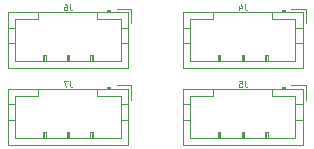
<source format=gbr>
%TF.GenerationSoftware,KiCad,Pcbnew,(6.0.7)*%
%TF.CreationDate,2022-11-21T13:24:11-08:00*%
%TF.ProjectId,WaterTopper,57617465-7254-46f7-9070-65722e6b6963,rev?*%
%TF.SameCoordinates,Original*%
%TF.FileFunction,Legend,Bot*%
%TF.FilePolarity,Positive*%
%FSLAX46Y46*%
G04 Gerber Fmt 4.6, Leading zero omitted, Abs format (unit mm)*
G04 Created by KiCad (PCBNEW (6.0.7)) date 2022-11-21 13:24:11*
%MOMM*%
%LPD*%
G01*
G04 APERTURE LIST*
%ADD10C,0.125000*%
%ADD11C,0.120000*%
G04 APERTURE END LIST*
D10*
%TO.C,J7*%
X142266666Y-68726190D02*
X142266666Y-69083333D01*
X142290476Y-69154761D01*
X142338095Y-69202380D01*
X142409523Y-69226190D01*
X142457142Y-69226190D01*
X142076190Y-68726190D02*
X141742857Y-68726190D01*
X141957142Y-69226190D01*
%TO.C,J4*%
X157066666Y-62226190D02*
X157066666Y-62583333D01*
X157090476Y-62654761D01*
X157138095Y-62702380D01*
X157209523Y-62726190D01*
X157257142Y-62726190D01*
X156614285Y-62392857D02*
X156614285Y-62726190D01*
X156733333Y-62202380D02*
X156852380Y-62559523D01*
X156542857Y-62559523D01*
%TO.C,J5*%
X157066666Y-68726190D02*
X157066666Y-69083333D01*
X157090476Y-69154761D01*
X157138095Y-69202380D01*
X157209523Y-69226190D01*
X157257142Y-69226190D01*
X156590476Y-68726190D02*
X156828571Y-68726190D01*
X156852380Y-68964285D01*
X156828571Y-68940476D01*
X156780952Y-68916666D01*
X156661904Y-68916666D01*
X156614285Y-68940476D01*
X156590476Y-68964285D01*
X156566666Y-69011904D01*
X156566666Y-69130952D01*
X156590476Y-69178571D01*
X156614285Y-69202380D01*
X156661904Y-69226190D01*
X156780952Y-69226190D01*
X156828571Y-69202380D01*
X156852380Y-69178571D01*
%TO.C,J6*%
X142266666Y-62226190D02*
X142266666Y-62583333D01*
X142290476Y-62654761D01*
X142338095Y-62702380D01*
X142409523Y-62726190D01*
X142457142Y-62726190D01*
X141814285Y-62226190D02*
X141909523Y-62226190D01*
X141957142Y-62250000D01*
X141980952Y-62273809D01*
X142028571Y-62345238D01*
X142052380Y-62440476D01*
X142052380Y-62630952D01*
X142028571Y-62678571D01*
X142004761Y-62702380D01*
X141957142Y-62726190D01*
X141861904Y-62726190D01*
X141814285Y-62702380D01*
X141790476Y-62678571D01*
X141766666Y-62630952D01*
X141766666Y-62511904D01*
X141790476Y-62464285D01*
X141814285Y-62440476D01*
X141861904Y-62416666D01*
X141957142Y-62416666D01*
X142004761Y-62440476D01*
X142028571Y-62464285D01*
X142052380Y-62511904D01*
D11*
%TO.C,J7*%
X145400000Y-69390000D02*
X145400000Y-69190000D01*
X144600000Y-69390000D02*
X144600000Y-70000000D01*
X146550000Y-73500000D02*
X137650000Y-73500000D01*
X146210000Y-69090000D02*
X147460000Y-69090000D01*
X147160000Y-72000000D02*
X146550000Y-72000000D01*
X137040000Y-72000000D02*
X137650000Y-72000000D01*
X142000000Y-73000000D02*
X142000000Y-73500000D01*
X140100000Y-73500000D02*
X140100000Y-73000000D01*
X145400000Y-69290000D02*
X145700000Y-69290000D01*
X144600000Y-70000000D02*
X146550000Y-70000000D01*
X144100000Y-73500000D02*
X144100000Y-73000000D01*
X137040000Y-74110000D02*
X137040000Y-69390000D01*
X142100000Y-73500000D02*
X142100000Y-73000000D01*
X139600000Y-70000000D02*
X139600000Y-69390000D01*
X137650000Y-73500000D02*
X137650000Y-70000000D01*
X145700000Y-69190000D02*
X145700000Y-69390000D01*
X140200000Y-73500000D02*
X140200000Y-73000000D01*
X140000000Y-73000000D02*
X140000000Y-73500000D01*
X146550000Y-70000000D02*
X146550000Y-73500000D01*
X147160000Y-69390000D02*
X147160000Y-74110000D01*
X147160000Y-74110000D02*
X137040000Y-74110000D01*
X137040000Y-70700000D02*
X137650000Y-70700000D01*
X144000000Y-73000000D02*
X144000000Y-73500000D01*
X142200000Y-73000000D02*
X142000000Y-73000000D01*
X137040000Y-69390000D02*
X147160000Y-69390000D01*
X147460000Y-69090000D02*
X147460000Y-70340000D01*
X147160000Y-70700000D02*
X146550000Y-70700000D01*
X144200000Y-73500000D02*
X144200000Y-73000000D01*
X144200000Y-73000000D02*
X144000000Y-73000000D01*
X137650000Y-70000000D02*
X139600000Y-70000000D01*
X145400000Y-69190000D02*
X145700000Y-69190000D01*
X142200000Y-73500000D02*
X142200000Y-73000000D01*
X140200000Y-73000000D02*
X140000000Y-73000000D01*
%TO.C,J4*%
X154800000Y-66500000D02*
X154800000Y-67000000D01*
X155000000Y-66500000D02*
X154800000Y-66500000D01*
X158900000Y-67000000D02*
X158900000Y-66500000D01*
X159400000Y-63500000D02*
X161350000Y-63500000D01*
X160200000Y-62690000D02*
X160500000Y-62690000D01*
X151840000Y-64200000D02*
X152450000Y-64200000D01*
X157000000Y-66500000D02*
X156800000Y-66500000D01*
X160200000Y-62790000D02*
X160500000Y-62790000D01*
X160200000Y-62890000D02*
X160200000Y-62690000D01*
X159400000Y-62890000D02*
X159400000Y-63500000D01*
X154400000Y-63500000D02*
X154400000Y-62890000D01*
X157000000Y-67000000D02*
X157000000Y-66500000D01*
X161960000Y-64200000D02*
X161350000Y-64200000D01*
X152450000Y-67000000D02*
X152450000Y-63500000D01*
X161960000Y-62890000D02*
X161960000Y-67610000D01*
X152450000Y-63500000D02*
X154400000Y-63500000D01*
X161960000Y-67610000D02*
X151840000Y-67610000D01*
X154900000Y-67000000D02*
X154900000Y-66500000D01*
X161960000Y-65500000D02*
X161350000Y-65500000D01*
X161010000Y-62590000D02*
X162260000Y-62590000D01*
X151840000Y-65500000D02*
X152450000Y-65500000D01*
X159000000Y-67000000D02*
X159000000Y-66500000D01*
X158800000Y-66500000D02*
X158800000Y-67000000D01*
X161350000Y-63500000D02*
X161350000Y-67000000D01*
X156900000Y-67000000D02*
X156900000Y-66500000D01*
X155000000Y-67000000D02*
X155000000Y-66500000D01*
X151840000Y-67610000D02*
X151840000Y-62890000D01*
X156800000Y-66500000D02*
X156800000Y-67000000D01*
X161350000Y-67000000D02*
X152450000Y-67000000D01*
X160500000Y-62690000D02*
X160500000Y-62890000D01*
X162260000Y-62590000D02*
X162260000Y-63840000D01*
X151840000Y-62890000D02*
X161960000Y-62890000D01*
X159000000Y-66500000D02*
X158800000Y-66500000D01*
%TO.C,J5*%
X159400000Y-70000000D02*
X161350000Y-70000000D01*
X151840000Y-74110000D02*
X151840000Y-69390000D01*
X159400000Y-69390000D02*
X159400000Y-70000000D01*
X151840000Y-70700000D02*
X152450000Y-70700000D01*
X151840000Y-69390000D02*
X161960000Y-69390000D01*
X161350000Y-70000000D02*
X161350000Y-73500000D01*
X160200000Y-69190000D02*
X160500000Y-69190000D01*
X156900000Y-73500000D02*
X156900000Y-73000000D01*
X161960000Y-70700000D02*
X161350000Y-70700000D01*
X162260000Y-69090000D02*
X162260000Y-70340000D01*
X155000000Y-73500000D02*
X155000000Y-73000000D01*
X161350000Y-73500000D02*
X152450000Y-73500000D01*
X158800000Y-73000000D02*
X158800000Y-73500000D01*
X154400000Y-70000000D02*
X154400000Y-69390000D01*
X160500000Y-69190000D02*
X160500000Y-69390000D01*
X159000000Y-73500000D02*
X159000000Y-73000000D01*
X157000000Y-73000000D02*
X156800000Y-73000000D01*
X160200000Y-69290000D02*
X160500000Y-69290000D01*
X160200000Y-69390000D02*
X160200000Y-69190000D01*
X161960000Y-72000000D02*
X161350000Y-72000000D01*
X161960000Y-69390000D02*
X161960000Y-74110000D01*
X152450000Y-70000000D02*
X154400000Y-70000000D01*
X155000000Y-73000000D02*
X154800000Y-73000000D01*
X159000000Y-73000000D02*
X158800000Y-73000000D01*
X156800000Y-73000000D02*
X156800000Y-73500000D01*
X152450000Y-73500000D02*
X152450000Y-70000000D01*
X158900000Y-73500000D02*
X158900000Y-73000000D01*
X161010000Y-69090000D02*
X162260000Y-69090000D01*
X154900000Y-73500000D02*
X154900000Y-73000000D01*
X154800000Y-73000000D02*
X154800000Y-73500000D01*
X151840000Y-72000000D02*
X152450000Y-72000000D01*
X161960000Y-74110000D02*
X151840000Y-74110000D01*
X157000000Y-73500000D02*
X157000000Y-73000000D01*
%TO.C,J6*%
X144000000Y-66500000D02*
X144000000Y-67000000D01*
X145400000Y-62890000D02*
X145400000Y-62690000D01*
X147160000Y-62890000D02*
X147160000Y-67610000D01*
X147160000Y-64200000D02*
X146550000Y-64200000D01*
X144600000Y-62890000D02*
X144600000Y-63500000D01*
X137650000Y-67000000D02*
X137650000Y-63500000D01*
X142200000Y-67000000D02*
X142200000Y-66500000D01*
X147460000Y-62590000D02*
X147460000Y-63840000D01*
X139600000Y-63500000D02*
X139600000Y-62890000D01*
X140100000Y-67000000D02*
X140100000Y-66500000D01*
X144200000Y-66500000D02*
X144000000Y-66500000D01*
X146210000Y-62590000D02*
X147460000Y-62590000D01*
X146550000Y-67000000D02*
X137650000Y-67000000D01*
X137040000Y-67610000D02*
X137040000Y-62890000D01*
X137040000Y-65500000D02*
X137650000Y-65500000D01*
X146550000Y-63500000D02*
X146550000Y-67000000D01*
X137650000Y-63500000D02*
X139600000Y-63500000D01*
X147160000Y-67610000D02*
X137040000Y-67610000D01*
X145700000Y-62690000D02*
X145700000Y-62890000D01*
X140000000Y-66500000D02*
X140000000Y-67000000D01*
X137040000Y-62890000D02*
X147160000Y-62890000D01*
X145400000Y-62690000D02*
X145700000Y-62690000D01*
X145400000Y-62790000D02*
X145700000Y-62790000D01*
X144600000Y-63500000D02*
X146550000Y-63500000D01*
X140200000Y-66500000D02*
X140000000Y-66500000D01*
X147160000Y-65500000D02*
X146550000Y-65500000D01*
X144200000Y-67000000D02*
X144200000Y-66500000D01*
X142100000Y-67000000D02*
X142100000Y-66500000D01*
X144100000Y-67000000D02*
X144100000Y-66500000D01*
X142000000Y-66500000D02*
X142000000Y-67000000D01*
X137040000Y-64200000D02*
X137650000Y-64200000D01*
X142200000Y-66500000D02*
X142000000Y-66500000D01*
X140200000Y-67000000D02*
X140200000Y-66500000D01*
%TD*%
M02*

</source>
